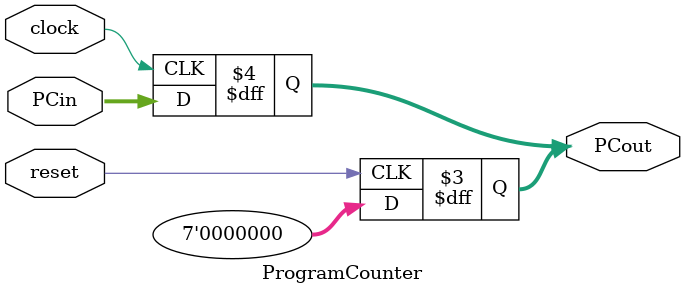
<source format=v>
`timescale 1ns / 1ps
module ProgramCounter
#(parameter bPC=7)
(
	output reg [bPC-1:0] PCout,
	input [bPC-1:0] PCin,
	input clock, reset
);

	always @ (posedge clock) begin
		PCout <= PCin;
	end
	
	// Program Counter goes to address 0 upon reset
	always @ (posedge reset) begin
		PCout <= 0;
	end

endmodule

</source>
